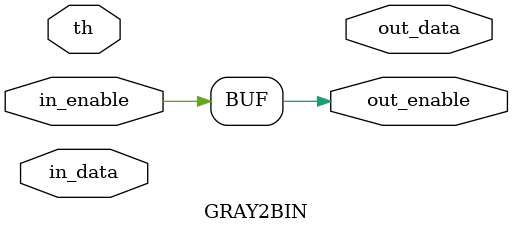
<source format=v>
`timescale 1ns / 1ps

module GRAY2BIN(
	input[7:0] th,
	input in_enable,
	input[7:0] in_data,
	output out_enable,
	output out_data
    );

	assign out_enable = in_enable;
	assign b = gray<th ? 0 : 1;

endmodule
</source>
